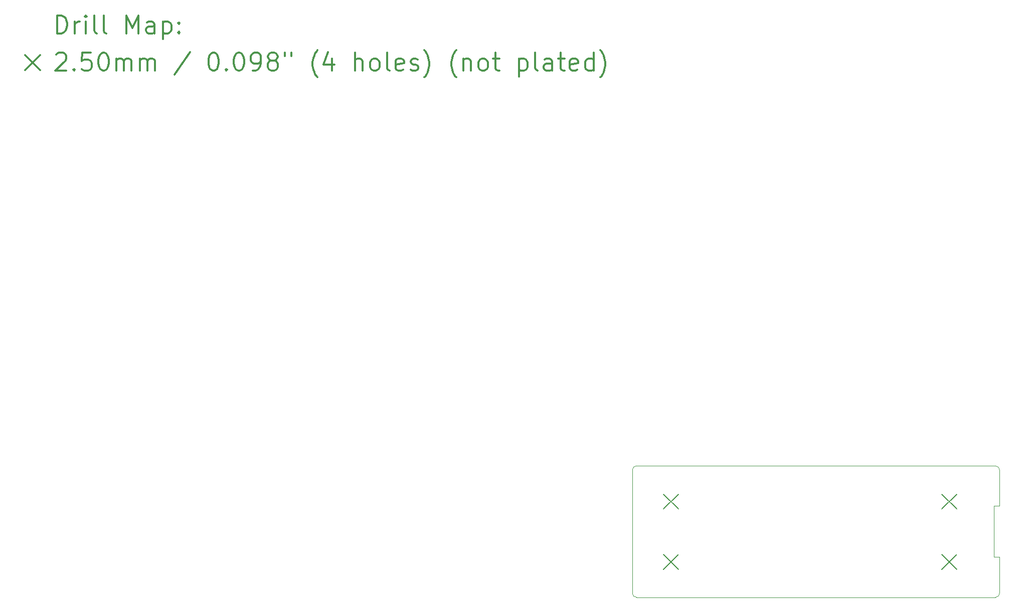
<source format=gbr>
%FSLAX45Y45*%
G04 Gerber Fmt 4.5, Leading zero omitted, Abs format (unit mm)*
G04 Created by KiCad (PCBNEW (5.1.5)-3) date 2020-06-05 17:01:06*
%MOMM*%
%LPD*%
G04 APERTURE LIST*
%TA.AperFunction,Profile*%
%ADD10C,0.050000*%
%TD*%
%ADD11C,0.200000*%
%ADD12C,0.300000*%
G04 APERTURE END LIST*
D10*
X10000000Y-7848000D02*
G75*
G02X10070000Y-7778000I70000J0D01*
G01*
X16130000Y-7778000D02*
G75*
G02X16200000Y-7848000I0J-70000D01*
G01*
X16200000Y-9930000D02*
G75*
G02X16130000Y-10000000I-70000J0D01*
G01*
X10070000Y-10000000D02*
G75*
G02X10000000Y-9930000I0J70000D01*
G01*
X16200000Y-9320000D02*
X16100000Y-9320000D01*
X16200000Y-8450000D02*
X16100000Y-8450000D01*
X16100000Y-9320000D02*
X16100000Y-8450000D01*
X16200000Y-9930000D02*
X16200000Y-9320000D01*
X10000000Y-7848000D02*
X10000000Y-9930000D01*
X16130000Y-7778000D02*
X10070000Y-7778000D01*
X16200000Y-8450000D02*
X16200000Y-7848000D01*
X10070000Y-10000000D02*
X16130000Y-10000000D01*
D11*
X15225000Y-8255000D02*
X15475000Y-8505000D01*
X15475000Y-8255000D02*
X15225000Y-8505000D01*
X15225000Y-9275000D02*
X15475000Y-9525000D01*
X15475000Y-9275000D02*
X15225000Y-9525000D01*
X10525000Y-8255000D02*
X10775000Y-8505000D01*
X10775000Y-8255000D02*
X10525000Y-8505000D01*
X10525000Y-9275000D02*
X10775000Y-9525000D01*
X10775000Y-9275000D02*
X10525000Y-9525000D01*
D12*
X286429Y-465714D02*
X286429Y-165714D01*
X357857Y-165714D01*
X400714Y-180000D01*
X429286Y-208571D01*
X443571Y-237143D01*
X457857Y-294286D01*
X457857Y-337143D01*
X443571Y-394286D01*
X429286Y-422857D01*
X400714Y-451428D01*
X357857Y-465714D01*
X286429Y-465714D01*
X586429Y-465714D02*
X586429Y-265714D01*
X586429Y-322857D02*
X600714Y-294286D01*
X615000Y-280000D01*
X643571Y-265714D01*
X672143Y-265714D01*
X772143Y-465714D02*
X772143Y-265714D01*
X772143Y-165714D02*
X757857Y-180000D01*
X772143Y-194286D01*
X786428Y-180000D01*
X772143Y-165714D01*
X772143Y-194286D01*
X957857Y-465714D02*
X929286Y-451428D01*
X915000Y-422857D01*
X915000Y-165714D01*
X1115000Y-465714D02*
X1086429Y-451428D01*
X1072143Y-422857D01*
X1072143Y-165714D01*
X1457857Y-465714D02*
X1457857Y-165714D01*
X1557857Y-380000D01*
X1657857Y-165714D01*
X1657857Y-465714D01*
X1929286Y-465714D02*
X1929286Y-308571D01*
X1915000Y-280000D01*
X1886428Y-265714D01*
X1829286Y-265714D01*
X1800714Y-280000D01*
X1929286Y-451428D02*
X1900714Y-465714D01*
X1829286Y-465714D01*
X1800714Y-451428D01*
X1786428Y-422857D01*
X1786428Y-394286D01*
X1800714Y-365714D01*
X1829286Y-351428D01*
X1900714Y-351428D01*
X1929286Y-337143D01*
X2072143Y-265714D02*
X2072143Y-565714D01*
X2072143Y-280000D02*
X2100714Y-265714D01*
X2157857Y-265714D01*
X2186429Y-280000D01*
X2200714Y-294286D01*
X2215000Y-322857D01*
X2215000Y-408571D01*
X2200714Y-437143D01*
X2186429Y-451428D01*
X2157857Y-465714D01*
X2100714Y-465714D01*
X2072143Y-451428D01*
X2343571Y-437143D02*
X2357857Y-451428D01*
X2343571Y-465714D01*
X2329286Y-451428D01*
X2343571Y-437143D01*
X2343571Y-465714D01*
X2343571Y-280000D02*
X2357857Y-294286D01*
X2343571Y-308571D01*
X2329286Y-294286D01*
X2343571Y-280000D01*
X2343571Y-308571D01*
X-250000Y-835000D02*
X0Y-1085000D01*
X0Y-835000D02*
X-250000Y-1085000D01*
X272143Y-824286D02*
X286429Y-810000D01*
X315000Y-795714D01*
X386428Y-795714D01*
X415000Y-810000D01*
X429286Y-824286D01*
X443571Y-852857D01*
X443571Y-881428D01*
X429286Y-924286D01*
X257857Y-1095714D01*
X443571Y-1095714D01*
X572143Y-1067143D02*
X586429Y-1081429D01*
X572143Y-1095714D01*
X557857Y-1081429D01*
X572143Y-1067143D01*
X572143Y-1095714D01*
X857857Y-795714D02*
X715000Y-795714D01*
X700714Y-938571D01*
X715000Y-924286D01*
X743571Y-910000D01*
X815000Y-910000D01*
X843571Y-924286D01*
X857857Y-938571D01*
X872143Y-967143D01*
X872143Y-1038571D01*
X857857Y-1067143D01*
X843571Y-1081429D01*
X815000Y-1095714D01*
X743571Y-1095714D01*
X715000Y-1081429D01*
X700714Y-1067143D01*
X1057857Y-795714D02*
X1086429Y-795714D01*
X1115000Y-810000D01*
X1129286Y-824286D01*
X1143571Y-852857D01*
X1157857Y-910000D01*
X1157857Y-981428D01*
X1143571Y-1038571D01*
X1129286Y-1067143D01*
X1115000Y-1081429D01*
X1086429Y-1095714D01*
X1057857Y-1095714D01*
X1029286Y-1081429D01*
X1015000Y-1067143D01*
X1000714Y-1038571D01*
X986428Y-981428D01*
X986428Y-910000D01*
X1000714Y-852857D01*
X1015000Y-824286D01*
X1029286Y-810000D01*
X1057857Y-795714D01*
X1286429Y-1095714D02*
X1286429Y-895714D01*
X1286429Y-924286D02*
X1300714Y-910000D01*
X1329286Y-895714D01*
X1372143Y-895714D01*
X1400714Y-910000D01*
X1415000Y-938571D01*
X1415000Y-1095714D01*
X1415000Y-938571D02*
X1429286Y-910000D01*
X1457857Y-895714D01*
X1500714Y-895714D01*
X1529286Y-910000D01*
X1543571Y-938571D01*
X1543571Y-1095714D01*
X1686428Y-1095714D02*
X1686428Y-895714D01*
X1686428Y-924286D02*
X1700714Y-910000D01*
X1729286Y-895714D01*
X1772143Y-895714D01*
X1800714Y-910000D01*
X1815000Y-938571D01*
X1815000Y-1095714D01*
X1815000Y-938571D02*
X1829286Y-910000D01*
X1857857Y-895714D01*
X1900714Y-895714D01*
X1929286Y-910000D01*
X1943571Y-938571D01*
X1943571Y-1095714D01*
X2529286Y-781428D02*
X2272143Y-1167143D01*
X2915000Y-795714D02*
X2943571Y-795714D01*
X2972143Y-810000D01*
X2986428Y-824286D01*
X3000714Y-852857D01*
X3015000Y-910000D01*
X3015000Y-981428D01*
X3000714Y-1038571D01*
X2986428Y-1067143D01*
X2972143Y-1081429D01*
X2943571Y-1095714D01*
X2915000Y-1095714D01*
X2886428Y-1081429D01*
X2872143Y-1067143D01*
X2857857Y-1038571D01*
X2843571Y-981428D01*
X2843571Y-910000D01*
X2857857Y-852857D01*
X2872143Y-824286D01*
X2886428Y-810000D01*
X2915000Y-795714D01*
X3143571Y-1067143D02*
X3157857Y-1081429D01*
X3143571Y-1095714D01*
X3129286Y-1081429D01*
X3143571Y-1067143D01*
X3143571Y-1095714D01*
X3343571Y-795714D02*
X3372143Y-795714D01*
X3400714Y-810000D01*
X3415000Y-824286D01*
X3429286Y-852857D01*
X3443571Y-910000D01*
X3443571Y-981428D01*
X3429286Y-1038571D01*
X3415000Y-1067143D01*
X3400714Y-1081429D01*
X3372143Y-1095714D01*
X3343571Y-1095714D01*
X3315000Y-1081429D01*
X3300714Y-1067143D01*
X3286428Y-1038571D01*
X3272143Y-981428D01*
X3272143Y-910000D01*
X3286428Y-852857D01*
X3300714Y-824286D01*
X3315000Y-810000D01*
X3343571Y-795714D01*
X3586428Y-1095714D02*
X3643571Y-1095714D01*
X3672143Y-1081429D01*
X3686428Y-1067143D01*
X3715000Y-1024286D01*
X3729286Y-967143D01*
X3729286Y-852857D01*
X3715000Y-824286D01*
X3700714Y-810000D01*
X3672143Y-795714D01*
X3615000Y-795714D01*
X3586428Y-810000D01*
X3572143Y-824286D01*
X3557857Y-852857D01*
X3557857Y-924286D01*
X3572143Y-952857D01*
X3586428Y-967143D01*
X3615000Y-981428D01*
X3672143Y-981428D01*
X3700714Y-967143D01*
X3715000Y-952857D01*
X3729286Y-924286D01*
X3900714Y-924286D02*
X3872143Y-910000D01*
X3857857Y-895714D01*
X3843571Y-867143D01*
X3843571Y-852857D01*
X3857857Y-824286D01*
X3872143Y-810000D01*
X3900714Y-795714D01*
X3957857Y-795714D01*
X3986428Y-810000D01*
X4000714Y-824286D01*
X4015000Y-852857D01*
X4015000Y-867143D01*
X4000714Y-895714D01*
X3986428Y-910000D01*
X3957857Y-924286D01*
X3900714Y-924286D01*
X3872143Y-938571D01*
X3857857Y-952857D01*
X3843571Y-981428D01*
X3843571Y-1038571D01*
X3857857Y-1067143D01*
X3872143Y-1081429D01*
X3900714Y-1095714D01*
X3957857Y-1095714D01*
X3986428Y-1081429D01*
X4000714Y-1067143D01*
X4015000Y-1038571D01*
X4015000Y-981428D01*
X4000714Y-952857D01*
X3986428Y-938571D01*
X3957857Y-924286D01*
X4129286Y-795714D02*
X4129286Y-852857D01*
X4243571Y-795714D02*
X4243571Y-852857D01*
X4686429Y-1210000D02*
X4672143Y-1195714D01*
X4643571Y-1152857D01*
X4629286Y-1124286D01*
X4615000Y-1081429D01*
X4600714Y-1010000D01*
X4600714Y-952857D01*
X4615000Y-881428D01*
X4629286Y-838571D01*
X4643571Y-810000D01*
X4672143Y-767143D01*
X4686429Y-752857D01*
X4929286Y-895714D02*
X4929286Y-1095714D01*
X4857857Y-781428D02*
X4786429Y-995714D01*
X4972143Y-995714D01*
X5315000Y-1095714D02*
X5315000Y-795714D01*
X5443571Y-1095714D02*
X5443571Y-938571D01*
X5429286Y-910000D01*
X5400714Y-895714D01*
X5357857Y-895714D01*
X5329286Y-910000D01*
X5315000Y-924286D01*
X5629286Y-1095714D02*
X5600714Y-1081429D01*
X5586429Y-1067143D01*
X5572143Y-1038571D01*
X5572143Y-952857D01*
X5586429Y-924286D01*
X5600714Y-910000D01*
X5629286Y-895714D01*
X5672143Y-895714D01*
X5700714Y-910000D01*
X5715000Y-924286D01*
X5729286Y-952857D01*
X5729286Y-1038571D01*
X5715000Y-1067143D01*
X5700714Y-1081429D01*
X5672143Y-1095714D01*
X5629286Y-1095714D01*
X5900714Y-1095714D02*
X5872143Y-1081429D01*
X5857857Y-1052857D01*
X5857857Y-795714D01*
X6129286Y-1081429D02*
X6100714Y-1095714D01*
X6043571Y-1095714D01*
X6015000Y-1081429D01*
X6000714Y-1052857D01*
X6000714Y-938571D01*
X6015000Y-910000D01*
X6043571Y-895714D01*
X6100714Y-895714D01*
X6129286Y-910000D01*
X6143571Y-938571D01*
X6143571Y-967143D01*
X6000714Y-995714D01*
X6257857Y-1081429D02*
X6286428Y-1095714D01*
X6343571Y-1095714D01*
X6372143Y-1081429D01*
X6386428Y-1052857D01*
X6386428Y-1038571D01*
X6372143Y-1010000D01*
X6343571Y-995714D01*
X6300714Y-995714D01*
X6272143Y-981428D01*
X6257857Y-952857D01*
X6257857Y-938571D01*
X6272143Y-910000D01*
X6300714Y-895714D01*
X6343571Y-895714D01*
X6372143Y-910000D01*
X6486428Y-1210000D02*
X6500714Y-1195714D01*
X6529286Y-1152857D01*
X6543571Y-1124286D01*
X6557857Y-1081429D01*
X6572143Y-1010000D01*
X6572143Y-952857D01*
X6557857Y-881428D01*
X6543571Y-838571D01*
X6529286Y-810000D01*
X6500714Y-767143D01*
X6486428Y-752857D01*
X7029286Y-1210000D02*
X7015000Y-1195714D01*
X6986428Y-1152857D01*
X6972143Y-1124286D01*
X6957857Y-1081429D01*
X6943571Y-1010000D01*
X6943571Y-952857D01*
X6957857Y-881428D01*
X6972143Y-838571D01*
X6986428Y-810000D01*
X7015000Y-767143D01*
X7029286Y-752857D01*
X7143571Y-895714D02*
X7143571Y-1095714D01*
X7143571Y-924286D02*
X7157857Y-910000D01*
X7186428Y-895714D01*
X7229286Y-895714D01*
X7257857Y-910000D01*
X7272143Y-938571D01*
X7272143Y-1095714D01*
X7457857Y-1095714D02*
X7429286Y-1081429D01*
X7415000Y-1067143D01*
X7400714Y-1038571D01*
X7400714Y-952857D01*
X7415000Y-924286D01*
X7429286Y-910000D01*
X7457857Y-895714D01*
X7500714Y-895714D01*
X7529286Y-910000D01*
X7543571Y-924286D01*
X7557857Y-952857D01*
X7557857Y-1038571D01*
X7543571Y-1067143D01*
X7529286Y-1081429D01*
X7500714Y-1095714D01*
X7457857Y-1095714D01*
X7643571Y-895714D02*
X7757857Y-895714D01*
X7686428Y-795714D02*
X7686428Y-1052857D01*
X7700714Y-1081429D01*
X7729286Y-1095714D01*
X7757857Y-1095714D01*
X8086428Y-895714D02*
X8086428Y-1195714D01*
X8086428Y-910000D02*
X8115000Y-895714D01*
X8172143Y-895714D01*
X8200714Y-910000D01*
X8215000Y-924286D01*
X8229286Y-952857D01*
X8229286Y-1038571D01*
X8215000Y-1067143D01*
X8200714Y-1081429D01*
X8172143Y-1095714D01*
X8115000Y-1095714D01*
X8086428Y-1081429D01*
X8400714Y-1095714D02*
X8372143Y-1081429D01*
X8357857Y-1052857D01*
X8357857Y-795714D01*
X8643571Y-1095714D02*
X8643571Y-938571D01*
X8629286Y-910000D01*
X8600714Y-895714D01*
X8543571Y-895714D01*
X8515000Y-910000D01*
X8643571Y-1081429D02*
X8615000Y-1095714D01*
X8543571Y-1095714D01*
X8515000Y-1081429D01*
X8500714Y-1052857D01*
X8500714Y-1024286D01*
X8515000Y-995714D01*
X8543571Y-981428D01*
X8615000Y-981428D01*
X8643571Y-967143D01*
X8743571Y-895714D02*
X8857857Y-895714D01*
X8786429Y-795714D02*
X8786429Y-1052857D01*
X8800714Y-1081429D01*
X8829286Y-1095714D01*
X8857857Y-1095714D01*
X9072143Y-1081429D02*
X9043571Y-1095714D01*
X8986429Y-1095714D01*
X8957857Y-1081429D01*
X8943571Y-1052857D01*
X8943571Y-938571D01*
X8957857Y-910000D01*
X8986429Y-895714D01*
X9043571Y-895714D01*
X9072143Y-910000D01*
X9086429Y-938571D01*
X9086429Y-967143D01*
X8943571Y-995714D01*
X9343571Y-1095714D02*
X9343571Y-795714D01*
X9343571Y-1081429D02*
X9315000Y-1095714D01*
X9257857Y-1095714D01*
X9229286Y-1081429D01*
X9215000Y-1067143D01*
X9200714Y-1038571D01*
X9200714Y-952857D01*
X9215000Y-924286D01*
X9229286Y-910000D01*
X9257857Y-895714D01*
X9315000Y-895714D01*
X9343571Y-910000D01*
X9457857Y-1210000D02*
X9472143Y-1195714D01*
X9500714Y-1152857D01*
X9515000Y-1124286D01*
X9529286Y-1081429D01*
X9543571Y-1010000D01*
X9543571Y-952857D01*
X9529286Y-881428D01*
X9515000Y-838571D01*
X9500714Y-810000D01*
X9472143Y-767143D01*
X9457857Y-752857D01*
M02*

</source>
